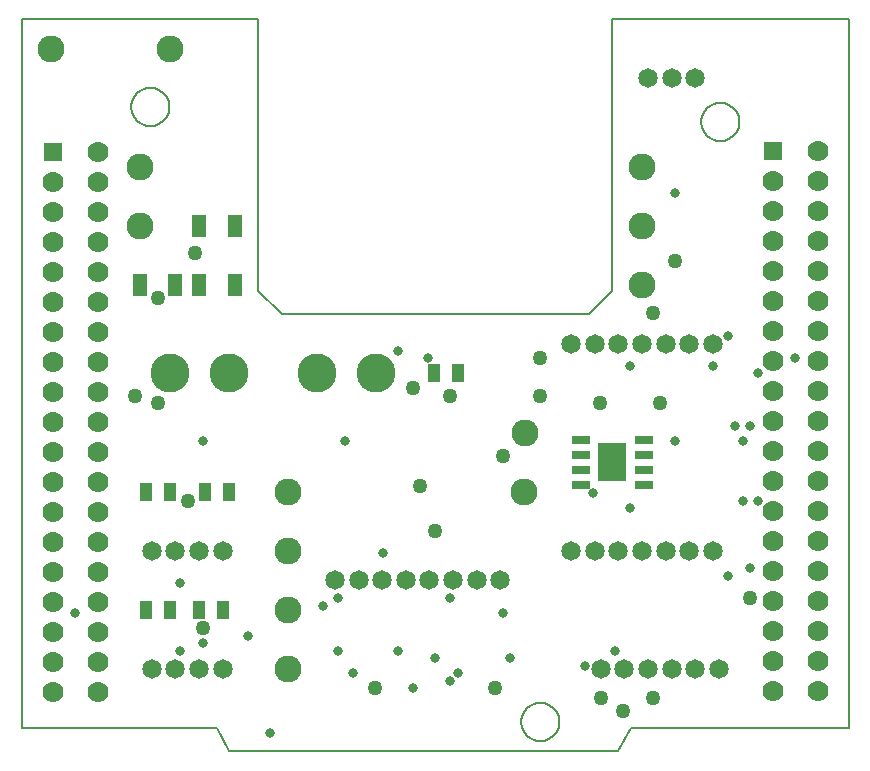
<source format=gbr>
G04 PROTEUS GERBER X2 FILE*
%TF.GenerationSoftware,Labcenter,Proteus,8.12-SP0-Build30713*%
%TF.CreationDate,2021-08-02T00:20:26+00:00*%
%TF.FileFunction,Soldermask,Top*%
%TF.FilePolarity,Negative*%
%TF.Part,Single*%
%TF.SameCoordinates,{4cff7d1c-7656-49df-93de-6e2fb68f4e0e}*%
%FSLAX45Y45*%
%MOMM*%
G01*
%TA.AperFunction,Material*%
%ADD73C,1.270000*%
%ADD30C,0.812800*%
%AMPPAD025*
4,1,36,
0.762000,-0.635000,
0.762000,0.635000,
0.759470,0.660970,
0.752200,0.684980,
0.740650,0.706580,
0.725290,0.725290,
0.706570,0.740650,
0.684980,0.752200,
0.660970,0.759470,
0.635000,0.762000,
-0.635000,0.762000,
-0.660970,0.759470,
-0.684980,0.752200,
-0.706570,0.740650,
-0.725290,0.725290,
-0.740650,0.706580,
-0.752200,0.684980,
-0.759470,0.660970,
-0.762000,0.635000,
-0.762000,-0.635000,
-0.759470,-0.660970,
-0.752200,-0.684980,
-0.740650,-0.706580,
-0.725290,-0.725290,
-0.706570,-0.740650,
-0.684980,-0.752200,
-0.660970,-0.759470,
-0.635000,-0.762000,
0.635000,-0.762000,
0.660970,-0.759470,
0.684980,-0.752200,
0.706570,-0.740650,
0.725290,-0.725290,
0.740650,-0.706580,
0.752200,-0.684980,
0.759470,-0.660970,
0.762000,-0.635000,
0*%
%TA.AperFunction,Material*%
%ADD31PPAD025*%
%ADD32C,1.778000*%
%TA.AperFunction,Material*%
%ADD33C,3.302000*%
%AMPPAD028*
4,1,4,
0.774700,0.304800,
0.774700,-0.304800,
-0.774700,-0.304800,
-0.774700,0.304800,
0.774700,0.304800,
0*%
%TA.AperFunction,Material*%
%ADD34PPAD028*%
%AMPPAD029*
4,1,4,
1.219200,-1.574800,
-1.219200,-1.574800,
-1.219200,1.574800,
1.219200,1.574800,
1.219200,-1.574800,
0*%
%ADD35PPAD029*%
%TA.AperFunction,Material*%
%ADD36C,1.651000*%
%TA.AperFunction,Material*%
%ADD37C,2.286000*%
%AMPPAD032*
4,1,4,
-0.571500,0.901700,
0.571500,0.901700,
0.571500,-0.901700,
-0.571500,-0.901700,
-0.571500,0.901700,
0*%
%TA.AperFunction,Material*%
%ADD38PPAD032*%
%AMPPAD033*
4,1,4,
-0.469900,0.723900,
0.469900,0.723900,
0.469900,-0.723900,
-0.469900,-0.723900,
-0.469900,0.723900,
0*%
%ADD39PPAD033*%
%TA.AperFunction,Profile*%
%ADD21C,0.203200*%
%TD.AperFunction*%
D73*
X+3627000Y+2809500D03*
X+1150500Y+3635000D03*
X+4008000Y+333000D03*
X+2992000Y+333000D03*
X+5341500Y+3508000D03*
X+960000Y+2809500D03*
X+3500000Y+1666500D03*
X+3373000Y+2047500D03*
X+3309500Y+2873000D03*
X+1150500Y+2746000D03*
D30*
X+5532000Y+2428500D03*
D73*
X+6167000Y+1095000D03*
X+5087500Y+142500D03*
X+4897000Y+2746000D03*
X+5405000Y+2746000D03*
X+4071500Y+2301500D03*
X+1468000Y+4016000D03*
X+1531500Y+841000D03*
X+4389000Y+3127000D03*
X+1404500Y+1920500D03*
X+4389000Y+2809500D03*
D30*
X+1341000Y+650500D03*
X+1531500Y+714000D03*
X+1912500Y+777500D03*
X+1341000Y+1222000D03*
X+3690500Y+460000D03*
X+3627000Y+396500D03*
X+3627000Y+1095000D03*
X+3309500Y+333000D03*
X+2674500Y+650500D03*
X+2674500Y+1095000D03*
X+5151000Y+3063500D03*
X+5849500Y+3063500D03*
X+5976500Y+3317500D03*
X+5532000Y+4524000D03*
X+6040000Y+2555500D03*
X+1531500Y+2428500D03*
X+2738000Y+2428500D03*
X+3055500Y+1476000D03*
X+6103500Y+2428500D03*
X+6167000Y+2555500D03*
X+4833500Y+1984000D03*
X+2801500Y+460000D03*
X+6548000Y+3127000D03*
X+4071500Y+968000D03*
X+4770000Y+523500D03*
X+5024000Y+650500D03*
X+4135000Y+587000D03*
X+5151000Y+1857000D03*
X+6167000Y+1349000D03*
X+6230500Y+3000000D03*
X+3182500Y+650500D03*
X+2547500Y+1031500D03*
X+3436500Y+3127000D03*
X+3500000Y+587000D03*
D73*
X+5532000Y+3952500D03*
D30*
X+452000Y+968000D03*
X+3182500Y+3190500D03*
X+6230500Y+1920500D03*
X+6103500Y+1920500D03*
X+5976500Y+1285500D03*
X+2103000Y-48000D03*
D73*
X+5341901Y+254324D03*
X+4903782Y+254324D03*
D31*
X+260000Y+4876000D03*
D32*
X+641000Y+4876000D03*
X+260000Y+4622000D03*
X+641000Y+4622000D03*
X+260000Y+4368000D03*
X+641000Y+4368000D03*
X+260000Y+4114000D03*
X+641000Y+4114000D03*
X+260000Y+3860000D03*
X+641000Y+3860000D03*
X+260000Y+3606000D03*
X+641000Y+3606000D03*
X+260000Y+3352000D03*
X+641000Y+3352000D03*
X+260000Y+3098000D03*
X+641000Y+3098000D03*
X+260000Y+2844000D03*
X+641000Y+2844000D03*
X+260000Y+2590000D03*
X+641000Y+2590000D03*
X+260000Y+2336000D03*
X+641000Y+2336000D03*
X+260000Y+2082000D03*
X+641000Y+2082000D03*
X+260000Y+1828000D03*
X+641000Y+1828000D03*
X+260000Y+1574000D03*
X+641000Y+1574000D03*
X+260000Y+1320000D03*
X+641000Y+1320000D03*
X+260000Y+1066000D03*
X+641000Y+1066000D03*
X+260000Y+812000D03*
X+641000Y+812000D03*
X+260000Y+558000D03*
X+641000Y+558000D03*
X+260000Y+304000D03*
X+641000Y+304000D03*
D31*
X+6356000Y+4880000D03*
D32*
X+6737000Y+4880000D03*
X+6356000Y+4626000D03*
X+6737000Y+4626000D03*
X+6356000Y+4372000D03*
X+6737000Y+4372000D03*
X+6356000Y+4118000D03*
X+6737000Y+4118000D03*
X+6356000Y+3864000D03*
X+6737000Y+3864000D03*
X+6356000Y+3610000D03*
X+6737000Y+3610000D03*
X+6356000Y+3356000D03*
X+6737000Y+3356000D03*
X+6356000Y+3102000D03*
X+6737000Y+3102000D03*
X+6356000Y+2848000D03*
X+6737000Y+2848000D03*
X+6356000Y+2594000D03*
X+6737000Y+2594000D03*
X+6356000Y+2340000D03*
X+6737000Y+2340000D03*
X+6356000Y+2086000D03*
X+6737000Y+2086000D03*
X+6356000Y+1832000D03*
X+6737000Y+1832000D03*
X+6356000Y+1578000D03*
X+6737000Y+1578000D03*
X+6356000Y+1324000D03*
X+6737000Y+1324000D03*
X+6356000Y+1070000D03*
X+6737000Y+1070000D03*
X+6356000Y+816000D03*
X+6737000Y+816000D03*
X+6356000Y+562000D03*
X+6737000Y+562000D03*
X+6356000Y+308000D03*
X+6737000Y+308000D03*
D33*
X+1250000Y+3000000D03*
X+1750380Y+3000000D03*
X+2500000Y+3000000D03*
X+3000380Y+3000000D03*
D34*
X+5270000Y+2059500D03*
X+5270000Y+2186500D03*
X+5270000Y+2313500D03*
X+5270000Y+2440500D03*
X+4730000Y+2440500D03*
X+4730000Y+2313500D03*
X+4730000Y+2186500D03*
X+4730000Y+2059500D03*
D35*
X+5000000Y+2250000D03*
D36*
X+5900000Y+500000D03*
X+5700000Y+500000D03*
X+5500000Y+500000D03*
X+5300000Y+500000D03*
X+5100000Y+500000D03*
X+4900000Y+500000D03*
X+5850000Y+1500000D03*
X+5650000Y+1500000D03*
X+5450000Y+1500000D03*
X+5250000Y+1500000D03*
X+5050000Y+1500000D03*
X+4850000Y+1500000D03*
X+4650000Y+1500000D03*
X+5850000Y+3250000D03*
X+5650000Y+3250000D03*
X+5450000Y+3250000D03*
X+5250000Y+3250000D03*
X+5050000Y+3250000D03*
X+4850000Y+3250000D03*
X+4650000Y+3250000D03*
X+1700000Y+1500000D03*
X+1500000Y+1500000D03*
X+1300000Y+1500000D03*
X+1100000Y+1500000D03*
X+1700000Y+500000D03*
X+1500000Y+500000D03*
X+1300000Y+500000D03*
X+1100000Y+500000D03*
X+4050000Y+1250000D03*
X+3850000Y+1250000D03*
X+3650000Y+1250000D03*
X+3450000Y+1250000D03*
X+3250000Y+1250000D03*
X+3050000Y+1250000D03*
X+2850000Y+1250000D03*
X+2650000Y+1250000D03*
X+5700000Y+5500000D03*
X+5500000Y+5500000D03*
X+5300000Y+5500000D03*
D37*
X+250000Y+5750000D03*
X+1250000Y+5750000D03*
X+1000000Y+4750000D03*
X+1000000Y+4250000D03*
X+2250000Y+2000000D03*
X+2250000Y+1500000D03*
X+2250000Y+1000000D03*
X+2250000Y+500000D03*
X+4262000Y+2500000D03*
X+4250000Y+2000000D03*
X+5250000Y+4750000D03*
X+5250000Y+4250000D03*
X+5250000Y+3750000D03*
D38*
X+1500000Y+4250000D03*
X+1800000Y+4250000D03*
X+1000000Y+3750000D03*
X+1300000Y+3750000D03*
X+1500000Y+3750000D03*
X+1800000Y+3750000D03*
D39*
X+1050000Y+1000000D03*
X+1250000Y+1000000D03*
X+1500000Y+1000000D03*
X+1700000Y+1000000D03*
X+3490500Y+3000000D03*
X+3690500Y+3000000D03*
X+1050000Y+2000000D03*
X+1250000Y+2000000D03*
X+1550000Y+2000000D03*
X+1750000Y+2000000D03*
D21*
X+0Y+0D02*
X+1650000Y+0D01*
X+7000000Y+0D02*
X+7000000Y+6000000D01*
X+5000000Y+6000000D01*
X+5000000Y+3700000D01*
X+4800000Y+3500000D01*
X+2200000Y+3500000D01*
X+2000000Y+3700000D02*
X+2000000Y+6000000D01*
X+0Y+6000000D01*
X+0Y+0D01*
X+2000000Y+3700000D02*
X+2200000Y+3500000D01*
X+5160000Y+0D02*
X+7000000Y+0D01*
X+1750000Y-200000D02*
X+5050000Y-200000D01*
X+1650000Y+0D02*
X+1750000Y-200000D01*
X+5160000Y+0D02*
X+5050000Y-200000D01*
X+4550045Y+50000D02*
X+4549508Y+63142D01*
X+4545144Y+89427D01*
X+4536029Y+115712D01*
X+4521182Y+141997D01*
X+4498470Y+168118D01*
X+4472185Y+187898D01*
X+4445900Y+200658D01*
X+4419615Y+208108D01*
X+4393330Y+210987D01*
X+4389000Y+211045D01*
X+4227955Y+50000D02*
X+4228492Y+63142D01*
X+4232856Y+89427D01*
X+4241971Y+115712D01*
X+4256818Y+141997D01*
X+4279530Y+168118D01*
X+4305815Y+187898D01*
X+4332100Y+200658D01*
X+4358385Y+208108D01*
X+4384670Y+210987D01*
X+4389000Y+211045D01*
X+4227955Y+50000D02*
X+4228492Y+36858D01*
X+4232856Y+10573D01*
X+4241971Y-15712D01*
X+4256818Y-41997D01*
X+4279530Y-68118D01*
X+4305815Y-87898D01*
X+4332100Y-100658D01*
X+4358385Y-108108D01*
X+4384670Y-110987D01*
X+4389000Y-111045D01*
X+4550045Y+50000D02*
X+4549508Y+36858D01*
X+4545144Y+10573D01*
X+4536029Y-15712D01*
X+4521182Y-41997D01*
X+4498470Y-68118D01*
X+4472185Y-87898D01*
X+4445900Y-100658D01*
X+4419615Y-108108D01*
X+4393330Y-110987D01*
X+4389000Y-111045D01*
X+6074045Y+5130000D02*
X+6073508Y+5143142D01*
X+6069144Y+5169427D01*
X+6060029Y+5195712D01*
X+6045182Y+5221997D01*
X+6022470Y+5248118D01*
X+5996185Y+5267898D01*
X+5969900Y+5280658D01*
X+5943615Y+5288108D01*
X+5917330Y+5290987D01*
X+5913000Y+5291045D01*
X+5751955Y+5130000D02*
X+5752492Y+5143142D01*
X+5756856Y+5169427D01*
X+5765971Y+5195712D01*
X+5780818Y+5221997D01*
X+5803530Y+5248118D01*
X+5829815Y+5267898D01*
X+5856100Y+5280658D01*
X+5882385Y+5288108D01*
X+5908670Y+5290987D01*
X+5913000Y+5291045D01*
X+5751955Y+5130000D02*
X+5752492Y+5116858D01*
X+5756856Y+5090573D01*
X+5765971Y+5064288D01*
X+5780818Y+5038003D01*
X+5803530Y+5011882D01*
X+5829815Y+4992102D01*
X+5856100Y+4979342D01*
X+5882385Y+4971892D01*
X+5908670Y+4969013D01*
X+5913000Y+4968955D01*
X+6074045Y+5130000D02*
X+6073508Y+5116858D01*
X+6069144Y+5090573D01*
X+6060029Y+5064288D01*
X+6045182Y+5038003D01*
X+6022470Y+5011882D01*
X+5996185Y+4992102D01*
X+5969900Y+4979342D01*
X+5943615Y+4971892D01*
X+5917330Y+4969013D01*
X+5913000Y+4968955D01*
X+1248045Y+5257000D02*
X+1247508Y+5270142D01*
X+1243144Y+5296427D01*
X+1234029Y+5322712D01*
X+1219182Y+5348997D01*
X+1196470Y+5375118D01*
X+1170185Y+5394898D01*
X+1143900Y+5407658D01*
X+1117615Y+5415108D01*
X+1091330Y+5417987D01*
X+1087000Y+5418045D01*
X+925955Y+5257000D02*
X+926492Y+5270142D01*
X+930856Y+5296427D01*
X+939971Y+5322712D01*
X+954818Y+5348997D01*
X+977530Y+5375118D01*
X+1003815Y+5394898D01*
X+1030100Y+5407658D01*
X+1056385Y+5415108D01*
X+1082670Y+5417987D01*
X+1087000Y+5418045D01*
X+925955Y+5257000D02*
X+926492Y+5243858D01*
X+930856Y+5217573D01*
X+939971Y+5191288D01*
X+954818Y+5165003D01*
X+977530Y+5138882D01*
X+1003815Y+5119102D01*
X+1030100Y+5106342D01*
X+1056385Y+5098892D01*
X+1082670Y+5096013D01*
X+1087000Y+5095955D01*
X+1248045Y+5257000D02*
X+1247508Y+5243858D01*
X+1243144Y+5217573D01*
X+1234029Y+5191288D01*
X+1219182Y+5165003D01*
X+1196470Y+5138882D01*
X+1170185Y+5119102D01*
X+1143900Y+5106342D01*
X+1117615Y+5098892D01*
X+1091330Y+5096013D01*
X+1087000Y+5095955D01*
M02*

</source>
